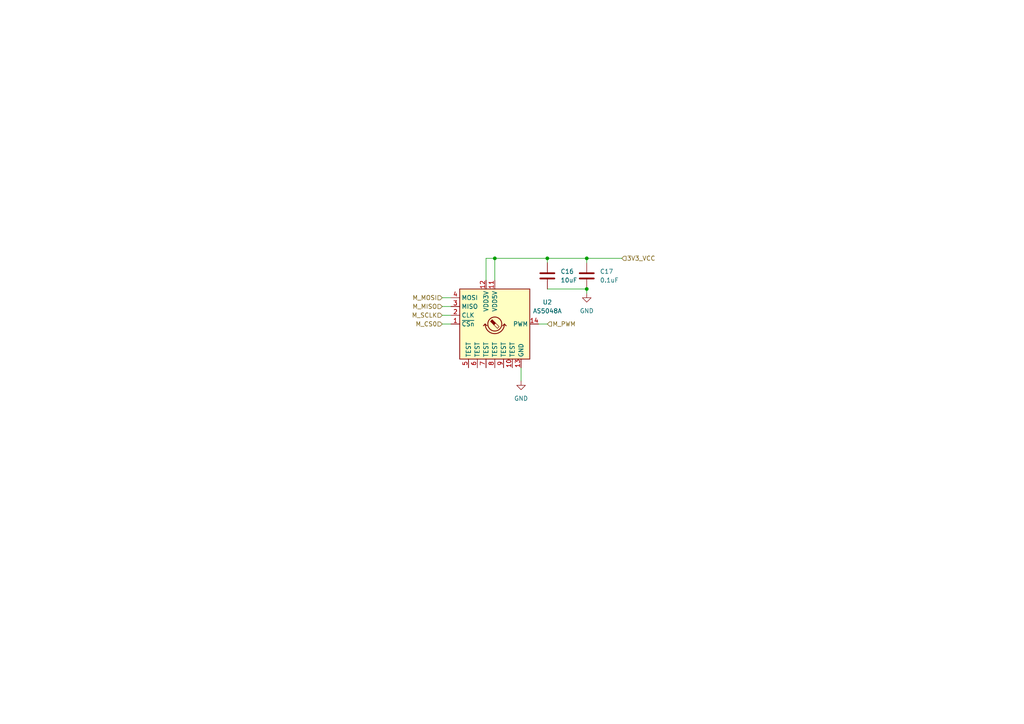
<source format=kicad_sch>
(kicad_sch (version 20231120) (generator "eeschema") (generator_version "8.0")
  (paper "A4")
  (lib_symbols
    (symbol "Device:C" (pin_numbers hide) (pin_names (offset 0.254))
      (property "Reference" "C" (at 0.635 2.54 0))
      (property "Value" "C" (at 0.635 -2.54 0))
      (symbol "C_0_1"
        (polyline (pts (xy -2.032 -0.762) (xy 2.032 -0.762)) (stroke (width 0.508)))
        (polyline (pts (xy -2.032 0.762) (xy 2.032 0.762)) (stroke (width 0.508)))
      )
      (symbol "C_1_1"
        (pin passive line (at 0 3.81 270) (length 2.794) (name "~") (number "1"))
        (pin passive line (at 0 -3.81 90) (length 2.794) (name "~") (number "2"))
      )
    )
    (symbol "Sensor_Magnetic:AS5048A"
      (property "Reference" "U" (at -10.16 11.43 0))
      (property "Value" "AS5048A" (at 10.16 11.43 0))
      (symbol "AS5048A_0_1"
        (rectangle (start -10.16 10.16) (end 10.16 -10.16) (stroke (width 0.254)) (fill (type background)))
        (arc (start -2.794 0) (mid 0 -2.7819) (end 2.794 0) (stroke (width 0.254)))
        (polyline (pts (xy -2.794 0) (xy -3.302 -0.508)) (stroke (width 0.254)))
        (polyline (pts (xy -2.794 0) (xy -2.286 -0.508)) (stroke (width 0.254)))
        (polyline (pts (xy 2.794 0) (xy 2.286 -0.508)) (stroke (width 0.254)))
        (polyline (pts (xy 2.794 0) (xy 3.302 -0.508)) (stroke (width 0.254)))
      )
      (symbol "AS5048A_1_1"
        (polyline (pts (xy 0.254 0.254) (xy 1.27 -0.762) (xy 0.762 -1.27) (xy -0.254 -0.254)))
        (polyline (pts (xy -0.762 1.27) (xy 0.254 0.254) (xy -0.254 -0.254) (xy -1.27 0.762) (xy -1.016 1.016) (xy -0.762 1.27) (xy -0.635 1.143)) (fill (type outline)))
        (circle (center 0 0) (radius 2.032) (stroke (width 0.254)))
        (pin input line (at -12.7 0 0) (length 2.54) (name "~{CSn}") (number "1"))
        (pin passive line (at 5.08 -12.7 90) (length 2.54) (name "TEST") (number "10"))
        (pin power_in line (at 0 12.7 270) (length 2.54) (name "VDD5V") (number "11"))
        (pin power_in line (at -2.54 12.7 270) (length 2.54) (name "VDD3V") (number "12"))
        (pin power_in line (at 7.62 -12.7 90) (length 2.54) (name "GND") (number "13"))
        (pin output line (at 12.7 0 180) (length 2.54) (name "PWM") (number "14"))
        (pin input line (at -12.7 2.54 0) (length 2.54) (name "CLK") (number "2"))
        (pin output line (at -12.7 5.08 0) (length 2.54) (name "MISO") (number "3"))
        (pin input line (at -12.7 7.62 0) (length 2.54) (name "MOSI") (number "4"))
        (pin passive line (at -7.62 -12.7 90) (length 2.54) (name "TEST") (number "5"))
        (pin passive line (at -5.08 -12.7 90) (length 2.54) (name "TEST") (number "6"))
        (pin passive line (at -2.54 -12.7 90) (length 2.54) (name "TEST") (number "7"))
        (pin passive line (at 0 -12.7 90) (length 2.54) (name "TEST") (number "8"))
        (pin passive line (at 2.54 -12.7 90) (length 2.54) (name "TEST") (number "9"))
      )
    )
    (symbol "power:GND" (power) (pin_names (offset 0))
      (property "Value" "GND" (at 0 -3.81 0))
      (symbol "GND_0_1"
        (polyline (pts (xy 0 0) (xy 0 -1.27) (xy 1.27 -1.27) (xy 0 -2.54) (xy -1.27 -1.27) (xy 0 -1.27)))
      )
      (symbol "GND_1_1"
        (pin power_in line (at 0 0 270) (length 0) hide (name "GND") (number "1"))
      )
    )
  )
  (junction (at 143.51 74.93))
  (junction (at 170.18 74.93))
  (junction (at 158.75 74.93))
  (junction (at 170.18 83.82))
  (wire (pts (xy 140.97 74.93) (xy 143.51 74.93)))
  (wire (pts (xy 156.21 93.98) (xy 158.75 93.98)))
  (wire (pts (xy 151.13 106.68) (xy 151.13 110.49)))
  (wire (pts (xy 128.27 91.44) (xy 130.81 91.44)))
  (wire (pts (xy 158.75 74.93) (xy 170.18 74.93)))
  (wire (pts (xy 170.18 74.93) (xy 170.18 76.2)))
  (wire (pts (xy 158.75 83.82) (xy 170.18 83.82)))
  (wire (pts (xy 128.27 93.98) (xy 130.81 93.98)))
  (wire (pts (xy 140.97 81.28) (xy 140.97 74.93)))
  (wire (pts (xy 128.27 86.36) (xy 130.81 86.36)))
  (wire (pts (xy 158.75 74.93) (xy 158.75 76.2)))
  (wire (pts (xy 170.18 83.82) (xy 170.18 85.09)))
  (wire (pts (xy 128.27 88.9) (xy 130.81 88.9)))
  (wire (pts (xy 143.51 74.93) (xy 143.51 81.28)))
  (wire (pts (xy 170.18 74.93) (xy 180.34 74.93)))
  (wire (pts (xy 143.51 74.93) (xy 158.75 74.93)))
  (hierarchical_label "M_SCLK" (shape input) (at 128.27 91.44 180))
  (hierarchical_label "M_MISO" (shape input) (at 128.27 88.9 180))
  (hierarchical_label "M_MOSI" (shape input) (at 128.27 86.36 180))
  (hierarchical_label "M_PWM" (shape input) (at 158.75 93.98 0))
  (hierarchical_label "3V3_VCC" (shape input) (at 180.34 74.93 0))
  (hierarchical_label "M_CS0" (shape input) (at 128.27 93.98 180))
  (symbol (lib_id "power:GND") (at 151.13 110.49 0) (unit 1)
    (property "Reference" "#PWR020" (effects (hide yes)))
    (property "Value" "GND" (at 151.13 115.57 0))
  )
  (symbol (lib_id "Device:C") (at 170.18 80.01 0) (unit 1)
    (property "Reference" "C17" (at 173.99 78.7399 0) (effects (justify left)))
    (property "Value" "0.1uF" (at 173.99 81.2799 0) (effects (justify left)))
    (property "Footprint" "Capacitor_SMD:C_0603_1608Metric" (effects (hide yes)))
    (property "Description" "Unpolarized capacitor" (effects (hide yes)))
    (property "LCSC" "C5186689" (effects (hide yes)))
    (property "LCSC Part Number" "C5186689" (effects (hide yes)))
    (property "LCSC Part" "C5186689" (effects (hide yes)))
  )
  (symbol (lib_id "Sensor_Magnetic:AS5048A") (at 143.51 93.98 0) (unit 1)
    (property "Reference" "U2" (at 158.75 87.6614 0))
    (property "Value" "AS5048A" (at 158.75 90.2014 0))
    (property "Footprint" "Package_SO:TSSOP-14_4.4x5mm_P0.65mm" (effects (hide yes)))
    (property "Datasheet" "https://ams.com/documents/20143/36005/AS5048_DS000298_4-00.pdf" (effects (hide yes)))
    (property "Description" "Magnetic position sensor, 14-bit, PWM output, SPI Interface, TSSOP-14" (effects (hide yes)))
    (property "LCSC" "C2655181" (effects (hide yes)))
    (property "LCSC Part" "C2655181" (effects (hide yes)))
    (property "LCSC Part Number" "C2655181" (effects (hide yes)))
  )
  (symbol (lib_id "power:GND") (at 170.18 85.09 0) (unit 1)
    (property "Reference" "#PWR021" (effects (hide yes)))
    (property "Value" "GND" (at 170.18 90.17 0))
  )
  (symbol (lib_id "Device:C") (at 158.75 80.01 0) (unit 1)
    (property "Reference" "C16" (at 162.56 78.7399 0) (effects (justify left)))
    (property "Value" "10uF" (at 162.56 81.2799 0) (effects (justify left)))
    (property "Footprint" "Capacitor_SMD:C_0603_1608Metric" (effects (hide yes)))
    (property "Description" "Unpolarized capacitor" (effects (hide yes)))
    (property "LCSC" "C96446" (effects (hide yes)))
    (property "LCSC Part Number" "C96446" (effects (hide yes)))
    (property "LCSC Part" "C96446" (effects (hide yes)))
  )
)
</source>
